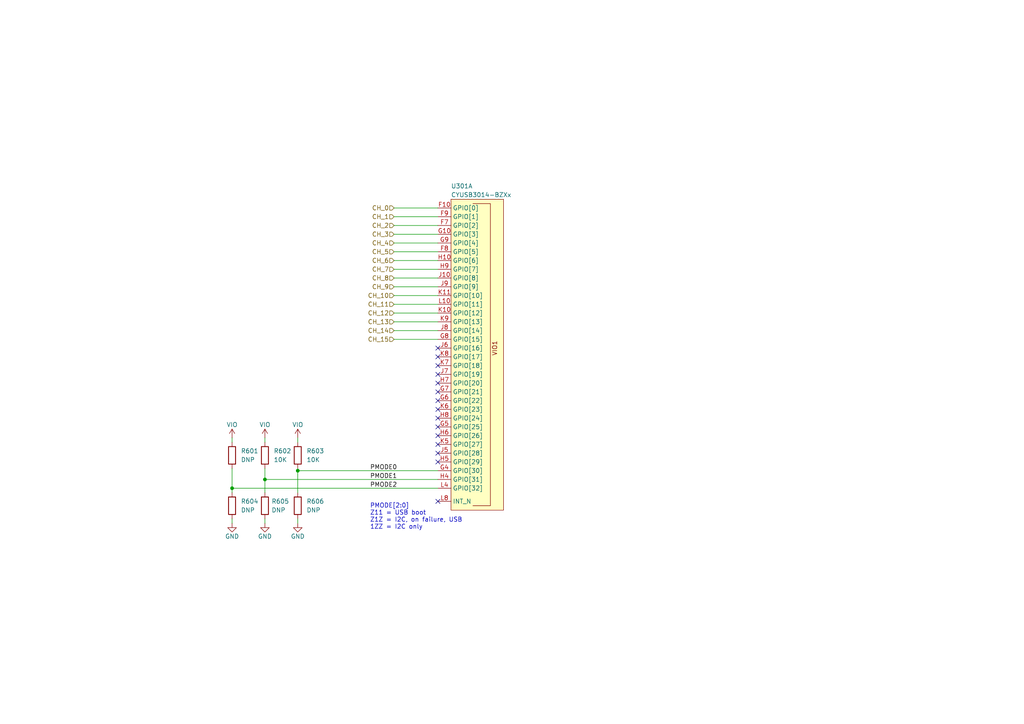
<source format=kicad_sch>
(kicad_sch (version 20211123) (generator eeschema)
  (paper "A4")
  (title_block (title "Voyager Logic") (date "2022-11-26") (rev "0.1") (company "Josh Johnson"))
  (lib_symbols
    (symbol "Device:R" (pin_numbers hide) (pin_names (offset 0))
      (property "Reference" "R" (at 2.032 0 90))
      (property "Value" "R" (at 0 0 90))
      (symbol "R_0_1"
        (rectangle (start -1.016 -2.54) (end 1.016 2.54) (stroke (width 0.254)))
      )
      (symbol "R_1_1"
        (pin passive line (at 0 3.81 270) (length 1.27) (name "~") (number "1"))
        (pin passive line (at 0 -3.81 90) (length 1.27) (name "~") (number "2"))
      )
    )
    (symbol "josh-ic:CYUSB3014-BZXx"
      (property "Reference" "U" (at -5.08 30.48 0))
      (property "Value" "CYUSB3014-BZXx" (at -5.08 27.94 0))
      (symbol "CYUSB3014-BZXx_1_0"
        (polyline (pts (xy 3.81 25.4) (xy -1.27 25.4) (xy -1.27 -13.97) (xy -1.27 -62.23) (xy 3.81 -62.23)))
      )
      (symbol "CYUSB3014-BZXx_1_1"
        (rectangle (start 10.16 26.67) (end -5.08 -63.5) (fill (type background)))
        (text "VIO1" (at -2.54 -16.51 900) (effects (font (size 1.27 1.27))))
        (pin bidirectional line (at 13.97 24.13 180) (length 3.81) (name "GPIO[0]") (number "F10"))
        (pin bidirectional line (at 13.97 19.05 180) (length 3.81) (name "GPIO[2]") (number "F7"))
        (pin bidirectional line (at 13.97 11.43 180) (length 3.81) (name "GPIO[5]") (number "F8"))
        (pin bidirectional line (at 13.97 21.59 180) (length 3.81) (name "GPIO[1]") (number "F9"))
        (pin bidirectional line (at 13.97 16.51 180) (length 3.81) (name "GPIO[3]") (number "G10"))
        (pin bidirectional line (at 13.97 -52.07 180) (length 3.81) (name "GPIO[30]") (number "G4"))
        (pin bidirectional line (at 13.97 -39.37 180) (length 3.81) (name "GPIO[25]") (number "G5"))
        (pin bidirectional line (at 13.97 -31.75 180) (length 3.81) (name "GPIO[22]") (number "G6"))
        (pin bidirectional line (at 13.97 -29.21 180) (length 3.81) (name "GPIO[21]") (number "G7"))
        (pin bidirectional line (at 13.97 -13.97 180) (length 3.81) (name "GPIO[15]") (number "G8"))
        (pin bidirectional line (at 13.97 13.97 180) (length 3.81) (name "GPIO[4]") (number "G9"))
        (pin bidirectional line (at 13.97 8.89 180) (length 3.81) (name "GPIO[6]") (number "H10"))
        (pin bidirectional line (at 13.97 -54.61 180) (length 3.81) (name "GPIO[31]") (number "H4"))
        (pin bidirectional line (at 13.97 -49.53 180) (length 3.81) (name "GPIO[29]") (number "H5"))
        (pin bidirectional line (at 13.97 -41.91 180) (length 3.81) (name "GPIO[26]") (number "H6"))
        (pin bidirectional line (at 13.97 -26.67 180) (length 3.81) (name "GPIO[20]") (number "H7"))
        (pin bidirectional line (at 13.97 -36.83 180) (length 3.81) (name "GPIO[24]") (number "H8"))
        (pin bidirectional line (at 13.97 6.35 180) (length 3.81) (name "GPIO[7]") (number "H9"))
        (pin bidirectional line (at 13.97 3.81 180) (length 3.81) (name "GPIO[8]") (number "J10"))
        (pin bidirectional line (at 13.97 -46.99 180) (length 3.81) (name "GPIO[28]") (number "J5"))
        (pin bidirectional line (at 13.97 -16.51 180) (length 3.81) (name "GPIO[16]") (number "J6"))
        (pin bidirectional line (at 13.97 -24.13 180) (length 3.81) (name "GPIO[19]") (number "J7"))
        (pin bidirectional line (at 13.97 -11.43 180) (length 3.81) (name "GPIO[14]") (number "J8"))
        (pin bidirectional line (at 13.97 1.27 180) (length 3.81) (name "GPIO[9]") (number "J9"))
        (pin bidirectional line (at 13.97 -6.35 180) (length 3.81) (name "GPIO[12]") (number "K10"))
        (pin bidirectional line (at 13.97 -1.27 180) (length 3.81) (name "GPIO[10]") (number "K11"))
        (pin bidirectional line (at 13.97 -44.45 180) (length 3.81) (name "GPIO[27]") (number "K5"))
        (pin bidirectional line (at 13.97 -34.29 180) (length 3.81) (name "GPIO[23]") (number "K6"))
        (pin bidirectional line (at 13.97 -21.59 180) (length 3.81) (name "GPIO[18]") (number "K7"))
        (pin bidirectional line (at 13.97 -19.05 180) (length 3.81) (name "GPIO[17]") (number "K8"))
        (pin bidirectional line (at 13.97 -8.89 180) (length 3.81) (name "GPIO[13]") (number "K9"))
        (pin bidirectional line (at 13.97 -3.81 180) (length 3.81) (name "GPIO[11]") (number "L10"))
        (pin bidirectional line (at 13.97 -57.15 180) (length 3.81) (name "GPIO[32]") (number "L4"))
        (pin bidirectional line (at 13.97 -60.96 180) (length 3.81) (name "INT_N") (number "L8"))
      )
      (symbol "CYUSB3014-BZXx_2_1"
        (polyline (pts (xy 5.08 25.4) (xy -1.27 25.4) (xy -1.27 -7.62) (xy 6.35 -7.62)))
        (rectangle (start 12.7 26.67) (end -5.08 -8.89) (fill (type background)))
        (text "VIO2" (at -2.54 10.16 900) (effects (font (size 1.27 1.27))))
        (pin bidirectional line (at 16.51 -6.35 180) (length 3.81) (name "GPIO[45]") (number "F2"))
        (pin bidirectional line (at 16.51 -3.81 180) (length 3.81) (name "GPIO[44]") (number "F3"))
        (pin bidirectional line (at 16.51 3.81 180) (length 3.81) (name "GPIO[41]/A0") (number "F4"))
        (pin bidirectional line (at 16.51 1.27 180) (length 3.81) (name "GPIO[42]/A1") (number "G2"))
        (pin bidirectional line (at 16.51 -1.27 180) (length 3.81) (name "GPIO[43]") (number "G3"))
        (pin bidirectional line (at 16.51 8.89 180) (length 3.81) (name "GPIO[39]") (number "H2"))
        (pin bidirectional line (at 16.51 6.35 180) (length 3.81) (name "GPIO[40]") (number "H3"))
        (pin bidirectional line (at 16.51 11.43 180) (length 3.81) (name "GPIO[38]") (number "J1"))
        (pin bidirectional line (at 16.51 16.51 180) (length 3.81) (name "GPIO[36]") (number "J2"))
        (pin bidirectional line (at 16.51 13.97 180) (length 3.81) (name "GPIO[37]") (number "J3"))
        (pin bidirectional line (at 16.51 21.59 180) (length 3.81) (name "GPIO[34]") (number "J4"))
        (pin bidirectional line (at 16.51 19.05 180) (length 3.81) (name "GPIO[35]") (number "K1"))
        (pin bidirectional line (at 16.51 24.13 180) (length 3.81) (name "GPIO[33]") (number "K2"))
      )
      (symbol "CYUSB3014-BZXx_3_0"
        (polyline (pts (xy 2.54 5.08) (xy 0 5.08) (xy 0 -7.62) (xy 2.54 -7.62)))
        (polyline (pts (xy 2.54 25.4) (xy 0 25.4) (xy 0 7.62) (xy 2.54 7.62)))
      )
      (symbol "CYUSB3014-BZXx_3_1"
        (rectangle (start -5.08 26.67) (end 10.16 -8.89) (fill (type background)))
        (text "VIO 3" (at -2.54 16.51 900) (effects (font (size 1.27 1.27))))
        (text "VIO 4" (at -2.54 -1.27 900) (effects (font (size 1.27 1.27))))
        (pin bidirectional line (at 13.97 1.27 180) (length 3.81) (name "GPIO[54]") (number "C1"))
        (pin bidirectional line (at 13.97 -1.27 180) (length 3.81) (name "GPIO[55]") (number "C2"))
        (pin bidirectional line (at 13.97 -6.35 180) (length 3.81) (name "GPIO[57]") (number "C4"))
        (pin bidirectional line (at 13.97 13.97 180) (length 3.81) (name "GPIO[50]") (number "D1"))
        (pin bidirectional line (at 13.97 11.43 180) (length 3.81) (name "GPIO[51]") (number "D2"))
        (pin bidirectional line (at 13.97 8.89 180) (length 3.81) (name "GPIO[52]") (number "D3"))
        (pin bidirectional line (at 13.97 3.81 180) (length 3.81) (name "GPIO[53]") (number "D4"))
        (pin bidirectional line (at 13.97 -3.81 180) (length 3.81) (name "GPIO[56]") (number "D5"))
        (pin bidirectional line (at 13.97 21.59 180) (length 3.81) (name "GPIO[47]") (number "E1"))
        (pin bidirectional line (at 13.97 16.51 180) (length 3.81) (name "GPIO[49]") (number "E4"))
        (pin bidirectional line (at 13.97 19.05 180) (length 3.81) (name "GPIO[48]") (number "E5"))
        (pin bidirectional line (at 13.97 24.13 180) (length 3.81) (name "GPIO[46]") (number "F5"))
      )
      (symbol "CYUSB3014-BZXx_4_0"
        (polyline (pts (xy 5.08 7.62) (xy 2.54 7.62) (xy 2.54 -16.51) (xy 5.08 -16.51)))
        (polyline (pts (xy 5.08 19.05) (xy 2.54 19.05) (xy 2.54 10.16) (xy 5.08 10.16)))
        (polyline (pts (xy 5.08 20.32) (xy 2.54 20.32) (xy 2.54 25.4) (xy 5.08 25.4)))
        (text "/" (at -1.27 -3.81 0) (effects (font (size 1.27 1.27))))
        (text "U3RX" (at -1.27 22.86 0) (effects (font (size 1.27 1.27))))
        (text "U3TX" (at -1.27 15.24 0) (effects (font (size 1.27 1.27))))
        (text "VBAT" (at -1.27 -6.35 0) (effects (font (size 1.27 1.27))))
        (text "VBUS" (at -1.27 -1.27 0) (effects (font (size 1.27 1.27))))
      )
      (symbol "CYUSB3014-BZXx_4_1"
        (rectangle (start -5.08 26.67) (end 11.43 -17.78) (fill (type background)))
        (pin bidirectional line (at 15.24 3.81 180) (length 3.81) (name "DM") (number "A10"))
        (pin no_connect line (at 15.24 -15.24 180) (length 3.81) (name "NC") (number "A11"))
        (pin input line (at 15.24 21.59 180) (length 3.81) (name "SSRXM") (number "A3"))
        (pin input line (at 15.24 24.13 180) (length 3.81) (name "SSRXP") (number "A4"))
        (pin output line (at 15.24 17.78 180) (length 3.81) (name "SSTXP") (number "A5"))
        (pin output line (at 15.24 15.24 180) (length 3.81) (name "SSTXM") (number "A6"))
        (pin bidirectional line (at 15.24 6.35 180) (length 3.81) (name "DP") (number "A9"))
        (pin bidirectional line (at 15.24 11.43 180) (length 3.81) (name "R_USB3") (number "B3"))
        (pin bidirectional line (at 15.24 0 180) (length 3.81) (name "R_USB2") (number "C8"))
        (pin input line (at 15.24 -10.16 180) (length 3.81) (name "OTG_ID") (number "C9"))
        (pin power_in line (at 15.24 -5.08 180) (length 3.81) (name "VBUS") (number "E11"))
      )
      (symbol "CYUSB3014-BZXx_5_0"
        (polyline (pts (xy 2.54 25.4) (xy 0 25.4) (xy 0 -15.24) (xy 2.54 -15.24)))
        (text "CVDDQ" (at -2.54 5.08 900) (effects (font (size 1.27 1.27))))
      )
      (symbol "CYUSB3014-BZXx_5_1"
        (rectangle (start -5.08 26.67) (end 10.16 -16.51) (fill (type background)))
        (pin input line (at 13.97 24.13 180) (length 3.81) (name "FSLC[0]") (number "B2"))
        (pin input line (at 13.97 21.59 180) (length 3.81) (name "FSLC[1]") (number "B4"))
        (pin input line (at 13.97 -13.97 180) (length 3.81) (name "RESET_N") (number "C5"))
        (pin bidirectional line (at 13.97 11.43 180) (length 3.81) (name "XTALIN") (number "C6"))
        (pin bidirectional line (at 13.97 6.35 180) (length 3.81) (name "XTALOUT") (number "C7"))
        (pin input line (at 13.97 -6.35 180) (length 3.81) (name "CLKIN_32") (number "D6"))
        (pin input line (at 13.97 -1.27 180) (length 3.81) (name "CLKIN") (number "D7"))
        (pin input line (at 13.97 19.05 180) (length 3.81) (name "FSLC[2]") (number "E6"))
      )
      (symbol "CYUSB3014-BZXx_6_0"
        (polyline (pts (xy 2.54 25.4) (xy -2.54 25.4) (xy -2.54 12.7) (xy 2.54 12.7)))
        (rectangle (start 5.08 26.67) (end -5.08 11.43) (fill (type background)))
        (text "VIO5" (at -3.81 19.05 900) (effects (font (size 1.27 1.27))))
      )
      (symbol "CYUSB3014-BZXx_6_1"
        (pin input line (at 8.89 19.05 180) (length 3.81) (name "TRST_N") (number "B11"))
        (pin output line (at 8.89 21.59 180) (length 3.81) (name "TDO") (number "C10"))
        (pin input line (at 8.89 24.13 180) (length 3.81) (name "TDI") (number "E7"))
        (pin input line (at 8.89 16.51 180) (length 3.81) (name "TMS") (number "E8"))
        (pin input line (at 8.89 13.97 180) (length 3.81) (name "TCK") (number "F6"))
      )
      (symbol "CYUSB3014-BZXx_7_1"
        (rectangle (start -5.08 26.67) (end 17.78 -76.2) (fill (type background)))
        (pin power_in line (at 21.59 -68.58 180) (length 3.81) (name "U3VSSQ") (number "A1"))
        (pin power_in line (at -8.89 -20.32 0) (length 3.81) (name "U3RXVDDQ") (number "A2"))
        (pin power_in line (at -8.89 -7.62 0) (length 3.81) (name "AVDD") (number "A7"))
        (pin power_in line (at -8.89 -73.66 0) (length 3.81) (name "VSS") (number "A8"))
        (pin power_in line (at 21.59 -21.59 180) (length 3.81) (name "VIO4") (number "B1"))
        (pin power_in line (at -8.89 6.35 0) (length 3.81) (name "VDD") (number "B10"))
        (pin power_in line (at -8.89 -33.02 0) (length 3.81) (name "U3TXVDDQ") (number "B5"))
        (pin power_in line (at 21.59 -46.99 180) (length 3.81) (name "CVDDQ") (number "B6"))
        (pin power_in line (at 21.59 -66.04 180) (length 3.81) (name "AVSS") (number "B7"))
        (pin power_in line (at 21.59 -73.66 180) (length 3.81) (name "VSS") (number "B8"))
        (pin power_in line (at 21.59 -71.12 180) (length 3.81) (name "VSS") (number "B9"))
        (pin power_in line (at 21.59 -34.29 180) (length 3.81) (name "VIO5") (number "C11"))
        (pin power_in line (at -8.89 21.59 0) (length 3.81) (name "VDD") (number "C3"))
        (pin power_in line (at -8.89 -55.88 0) (length 3.81) (name "VSS") (number "D8"))
        (pin power_in line (at 21.59 24.13 180) (length 3.81) (name "VBATT") (number "E10"))
        (pin power_in line (at -8.89 -50.8 0) (length 3.81) (name "VSS") (number "E2"))
        (pin power_in line (at 21.59 -8.89 180) (length 3.81) (name "VIO3") (number "E3"))
        (pin power_in line (at -8.89 16.51 0) (length 3.81) (name "VDD") (number "E9"))
        (pin power_in line (at 21.59 3.81 180) (length 3.81) (name "VIO2") (number "F1"))
        (pin power_in line (at -8.89 13.97 0) (length 3.81) (name "VDD") (number "F11"))
        (pin power_in line (at -8.89 -45.72 0) (length 3.81) (name "VSS") (number "G1"))
        (pin power_in line (at -8.89 -58.42 0) (length 3.81) (name "VSS") (number "G11"))
        (pin power_in line (at -8.89 24.13 0) (length 3.81) (name "VDD") (number "H1"))
        (pin power_in line (at 21.59 16.51 180) (length 3.81) (name "VIO1") (number "H11"))
        (pin power_in line (at -8.89 8.89 0) (length 3.81) (name "VDD") (number "J11"))
        (pin power_in line (at -8.89 -68.58 0) (length 3.81) (name "VSS") (number "K3"))
        (pin power_in line (at -8.89 -63.5 0) (length 3.81) (name "VSS") (number "K4"))
        (pin power_in line (at -8.89 -48.26 0) (length 3.81) (name "VSS") (number "L1"))
        (pin power_in line (at -8.89 -60.96 0) (length 3.81) (name "VSS") (number "L11"))
        (pin power_in line (at -8.89 -71.12 0) (length 3.81) (name "VSS") (number "L2"))
        (pin power_in line (at -8.89 -66.04 0) (length 3.81) (name "VSS") (number "L3"))
        (pin power_in line (at -8.89 11.43 0) (length 3.81) (name "VDD") (number "L5"))
        (pin power_in line (at -8.89 -53.34 0) (length 3.81) (name "VSS") (number "L6"))
        (pin power_in line (at -8.89 19.05 0) (length 3.81) (name "VDD") (number "L7"))
        (pin power_in line (at 21.59 19.05 180) (length 3.81) (name "VIO1") (number "L9"))
      )
      (symbol "CYUSB3014-BZXx_8_1"
        (rectangle (start -5.08 26.67) (end 12.7 15.24) (fill (type background)))
        (polyline (pts (xy 0 25.4) (xy -2.54 25.4) (xy -2.54 16.51) (xy 0 16.51)))
        (text "VIO5" (at -3.81 21.59 900) (effects (font (size 1.27 1.27))))
        (pin bidirectional line (at 16.51 21.59 180) (length 3.81) (name "SDA_GPIO[59]") (number "D10"))
        (pin bidirectional line (at 16.51 17.78 180) (length 3.81) (name "O[60]") (number "D11"))
        (pin bidirectional line (at 16.51 24.13 180) (length 3.81) (name "SCL_GPIO[58]") (number "D9"))
      )
    )
    (symbol "josh-power:VIO" (power) (pin_names (offset 0))
      (property "Value" "VIO" (at 0 3.81 0))
      (symbol "VIO_0_1"
        (polyline (pts (xy -0.762 1.27) (xy 0 2.54)))
        (polyline (pts (xy 0 0) (xy 0 2.54)))
        (polyline (pts (xy 0 2.54) (xy 0.762 1.27)))
      )
      (symbol "VIO_1_1"
        (pin power_in line (at 0 0 90) (length 0) hide (name "VIO") (number "1"))
      )
    )
    (symbol "power:GND" (power) (pin_names (offset 0))
      (property "Value" "GND" (at 0 -3.81 0))
      (symbol "GND_0_1"
        (polyline (pts (xy 0 0) (xy 0 -1.27) (xy 1.27 -1.27) (xy 0 -2.54) (xy -1.27 -1.27) (xy 0 -1.27)))
      )
      (symbol "GND_1_1"
        (pin power_in line (at 0 0 270) (length 0) hide (name "GND") (number "1"))
      )
    )
  )
  (junction (at 86.36 136.525))
  (junction (at 76.835 139.065))
  (junction (at 67.31 141.605))
  (no_connect (at 127 126.365))
  (no_connect (at 127 111.125))
  (no_connect (at 127 103.505))
  (no_connect (at 127 100.965))
  (no_connect (at 127 108.585))
  (no_connect (at 127 131.445))
  (no_connect (at 127 123.825))
  (no_connect (at 127 128.905))
  (no_connect (at 127 118.745))
  (no_connect (at 127 106.045))
  (no_connect (at 127 113.665))
  (no_connect (at 127 133.985))
  (no_connect (at 127 121.285))
  (no_connect (at 127 116.205))
  (no_connect (at 127 145.415))
  (wire (pts (xy 67.31 150.495) (xy 67.31 151.765)))
  (wire (pts (xy 76.835 139.065) (xy 127 139.065)))
  (wire (pts (xy 114.3 70.485) (xy 127 70.485)))
  (wire (pts (xy 67.31 141.605) (xy 127 141.605)))
  (wire (pts (xy 114.3 78.105) (xy 127 78.105)))
  (wire (pts (xy 76.835 150.495) (xy 76.835 151.765)))
  (wire (pts (xy 86.36 136.525) (xy 86.36 142.875)))
  (wire (pts (xy 86.36 150.495) (xy 86.36 151.765)))
  (wire (pts (xy 114.3 80.645) (xy 127 80.645)))
  (wire (pts (xy 86.36 127) (xy 86.36 128.27)))
  (wire (pts (xy 86.36 136.525) (xy 127 136.525)))
  (wire (pts (xy 114.3 65.405) (xy 127 65.405)))
  (wire (pts (xy 114.3 62.865) (xy 127 62.865)))
  (wire (pts (xy 114.3 60.325) (xy 127 60.325)))
  (wire (pts (xy 114.3 93.345) (xy 127 93.345)))
  (wire (pts (xy 67.31 135.89) (xy 67.31 141.605)))
  (wire (pts (xy 114.3 75.565) (xy 127 75.565)))
  (wire (pts (xy 76.835 139.065) (xy 76.835 142.875)))
  (wire (pts (xy 114.3 83.185) (xy 127 83.185)))
  (wire (pts (xy 114.3 90.805) (xy 127 90.805)))
  (wire (pts (xy 114.3 95.885) (xy 127 95.885)))
  (wire (pts (xy 114.3 85.725) (xy 127 85.725)))
  (wire (pts (xy 67.31 127) (xy 67.31 128.27)))
  (wire (pts (xy 114.3 98.425) (xy 127 98.425)))
  (wire (pts (xy 114.3 67.945) (xy 127 67.945)))
  (wire (pts (xy 67.31 141.605) (xy 67.31 142.875)))
  (wire (pts (xy 114.3 73.025) (xy 127 73.025)))
  (wire (pts (xy 76.835 127) (xy 76.835 128.27)))
  (wire (pts (xy 76.835 135.89) (xy 76.835 139.065)))
  (wire (pts (xy 114.3 88.265) (xy 127 88.265)))
  (wire (pts (xy 86.36 135.89) (xy 86.36 136.525)))
  (text "PMODE[2:0]\nZ11 = USB boot\nZ1Z = I2C, on failure, USB\n1ZZ = I2C only\n" (at 107.315 153.67 0) (effects (font (size 1.27 1.27)) (justify left bottom)))
  (label "PMODE1" (at 107.315 139.065 0))
  (label "PMODE0" (at 107.315 136.525 0))
  (label "PMODE2" (at 107.315 141.605 0))
  (hierarchical_label "CH_2" (shape input) (at 114.3 65.405 180))
  (hierarchical_label "CH_4" (shape input) (at 114.3 70.485 180))
  (hierarchical_label "CH_15" (shape input) (at 114.3 98.425 180))
  (hierarchical_label "CH_1" (shape input) (at 114.3 62.865 180))
  (hierarchical_label "CH_11" (shape input) (at 114.3 88.265 180))
  (hierarchical_label "CH_6" (shape input) (at 114.3 75.565 180))
  (hierarchical_label "CH_14" (shape input) (at 114.3 95.885 180))
  (hierarchical_label "CH_8" (shape input) (at 114.3 80.645 180))
  (hierarchical_label "CH_9" (shape input) (at 114.3 83.185 180))
  (hierarchical_label "CH_12" (shape input) (at 114.3 90.805 180))
  (hierarchical_label "CH_13" (shape input) (at 114.3 93.345 180))
  (hierarchical_label "CH_5" (shape input) (at 114.3 73.025 180))
  (hierarchical_label "CH_0" (shape input) (at 114.3 60.325 180))
  (hierarchical_label "CH_3" (shape input) (at 114.3 67.945 180))
  (hierarchical_label "CH_10" (shape input) (at 114.3 85.725 180))
  (hierarchical_label "CH_7" (shape input) (at 114.3 78.105 180))
  (symbol (lib_id "Device:R") (at 76.835 146.685 0) (unit 1)
    (property "Reference" "R605" (at 78.74 145.4149 0) (effects (justify left)))
    (property "Value" "DNP" (at 78.74 147.9549 0) (effects (justify left)))
    (property "Footprint" "Resistor_SMD:R_0402_1005Metric" (effects hide))
  )
  (symbol (lib_id "Device:R") (at 67.31 132.08 0) (unit 1)
    (property "Reference" "R601" (at 69.85 130.8099 0) (effects (justify left)))
    (property "Value" "DNP" (at 69.85 133.3499 0) (effects (justify left)))
    (property "Footprint" "Resistor_SMD:R_0402_1005Metric" (effects hide))
  )
  (symbol (lib_id "josh-power:VIO") (at 76.835 127 0) (unit 1)
    (property "Reference" "#PWR0112" (effects hide))
    (property "Value" "VIO" (at 76.835 123.19 0))
  )
  (symbol (lib_id "Device:R") (at 67.31 146.685 0) (unit 1)
    (property "Reference" "R604" (at 69.85 145.4149 0) (effects (justify left)))
    (property "Value" "DNP" (at 69.85 147.9549 0) (effects (justify left)))
    (property "Footprint" "Resistor_SMD:R_0402_1005Metric" (effects hide))
  )
  (symbol (lib_id "power:GND") (at 86.36 151.765 0) (unit 1)
    (property "Reference" "#PWR0110" (effects hide))
    (property "Value" "GND" (at 86.36 155.575 0))
  )
  (symbol (lib_id "power:GND") (at 76.835 151.765 0) (unit 1)
    (property "Reference" "#PWR0111" (effects hide))
    (property "Value" "GND" (at 76.835 155.575 0))
  )
  (symbol (lib_id "power:GND") (at 67.31 151.765 0) (unit 1)
    (property "Reference" "#PWR0115" (effects hide))
    (property "Value" "GND" (at 67.31 155.575 0))
  )
  (symbol (lib_id "josh-ic:CYUSB3014-BZXx") (at 140.97 84.455 0) (mirror y) (unit 1)
    (property "Reference" "U301" (at 130.81 53.975 0) (effects (justify right)))
    (property "Value" "CYUSB3014-BZXx" (at 130.81 56.515 0) (effects (justify right)))
    (property "Footprint" "josh-bga:BGA-121_10x10mm_Layout11x11_P0.8mm" (effects hide))
    (property "LCSC" "C462526" (effects hide))
    (property "MPN" "CYUSB3014-BZXC" (effects hide))
    (property "Manufacturer" "Cypress / Infineon" (effects hide))
    (property "Digikey" "448-CYUSB3014-BZXC-ND" (effects hide))
  )
  (symbol (lib_id "Device:R") (at 86.36 132.08 0) (unit 1)
    (property "Reference" "R603" (at 88.9 130.8099 0) (effects (justify left)))
    (property "Value" "10K" (at 88.9 133.3499 0) (effects (justify left)))
    (property "Footprint" "Resistor_SMD:R_0402_1005Metric" (effects hide))
  )
  (symbol (lib_id "josh-power:VIO") (at 67.31 127 0) (unit 1)
    (property "Reference" "#PWR0113" (effects hide))
    (property "Value" "VIO" (at 67.31 123.19 0))
  )
  (symbol (lib_id "Device:R") (at 86.36 146.685 0) (unit 1)
    (property "Reference" "R606" (at 88.9 145.4149 0) (effects (justify left)))
    (property "Value" "DNP" (at 88.9 147.9549 0) (effects (justify left)))
    (property "Footprint" "Resistor_SMD:R_0402_1005Metric" (effects hide))
  )
  (symbol (lib_id "josh-power:VIO") (at 86.36 127 0) (unit 1)
    (property "Reference" "#PWR0114" (effects hide))
    (property "Value" "VIO" (at 86.36 123.19 0))
  )
  (symbol (lib_id "Device:R") (at 76.835 132.08 0) (unit 1)
    (property "Reference" "R602" (at 79.375 130.8099 0) (effects (justify left)))
    (property "Value" "10K" (at 79.375 133.3499 0) (effects (justify left)))
    (property "Footprint" "Resistor_SMD:R_0402_1005Metric" (effects hide))
  )
)
</source>
